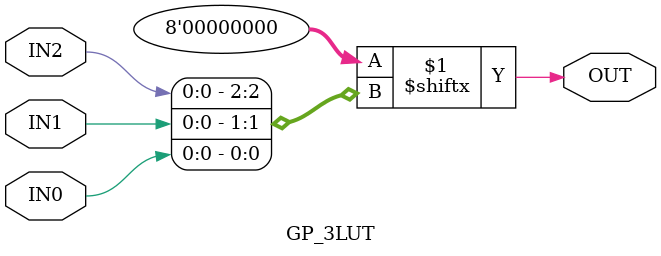
<source format=v>
module GP_3LUT(input IN0, IN1, IN2, output OUT);
	parameter [7:0] INIT = 0;
	assign OUT = INIT[{IN2, IN1, IN0}];
endmodule
</source>
